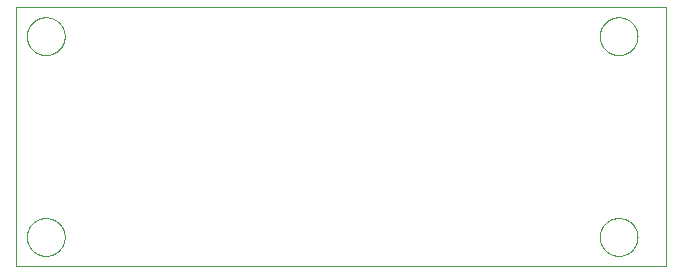
<source format=gko>
G75*
%MOIN*%
%OFA0B0*%
%FSLAX25Y25*%
%IPPOS*%
%LPD*%
%AMOC8*
5,1,8,0,0,1.08239X$1,22.5*
%
%ADD10C,0.00000*%
D10*
X0005500Y0066852D02*
X0005500Y0153466D01*
X0222035Y0153466D01*
X0222035Y0066852D01*
X0005500Y0066852D01*
X0009044Y0076694D02*
X0009046Y0076852D01*
X0009052Y0077010D01*
X0009062Y0077168D01*
X0009076Y0077326D01*
X0009094Y0077483D01*
X0009115Y0077640D01*
X0009141Y0077796D01*
X0009171Y0077952D01*
X0009204Y0078107D01*
X0009242Y0078260D01*
X0009283Y0078413D01*
X0009328Y0078565D01*
X0009377Y0078716D01*
X0009430Y0078865D01*
X0009486Y0079013D01*
X0009546Y0079159D01*
X0009610Y0079304D01*
X0009678Y0079447D01*
X0009749Y0079589D01*
X0009823Y0079729D01*
X0009901Y0079866D01*
X0009983Y0080002D01*
X0010067Y0080136D01*
X0010156Y0080267D01*
X0010247Y0080396D01*
X0010342Y0080523D01*
X0010439Y0080648D01*
X0010540Y0080770D01*
X0010644Y0080889D01*
X0010751Y0081006D01*
X0010861Y0081120D01*
X0010974Y0081231D01*
X0011089Y0081340D01*
X0011207Y0081445D01*
X0011328Y0081547D01*
X0011451Y0081647D01*
X0011577Y0081743D01*
X0011705Y0081836D01*
X0011835Y0081926D01*
X0011968Y0082012D01*
X0012103Y0082096D01*
X0012239Y0082175D01*
X0012378Y0082252D01*
X0012519Y0082324D01*
X0012661Y0082394D01*
X0012805Y0082459D01*
X0012951Y0082521D01*
X0013098Y0082579D01*
X0013247Y0082634D01*
X0013397Y0082685D01*
X0013548Y0082732D01*
X0013700Y0082775D01*
X0013853Y0082814D01*
X0014008Y0082850D01*
X0014163Y0082881D01*
X0014319Y0082909D01*
X0014475Y0082933D01*
X0014632Y0082953D01*
X0014790Y0082969D01*
X0014947Y0082981D01*
X0015106Y0082989D01*
X0015264Y0082993D01*
X0015422Y0082993D01*
X0015580Y0082989D01*
X0015739Y0082981D01*
X0015896Y0082969D01*
X0016054Y0082953D01*
X0016211Y0082933D01*
X0016367Y0082909D01*
X0016523Y0082881D01*
X0016678Y0082850D01*
X0016833Y0082814D01*
X0016986Y0082775D01*
X0017138Y0082732D01*
X0017289Y0082685D01*
X0017439Y0082634D01*
X0017588Y0082579D01*
X0017735Y0082521D01*
X0017881Y0082459D01*
X0018025Y0082394D01*
X0018167Y0082324D01*
X0018308Y0082252D01*
X0018447Y0082175D01*
X0018583Y0082096D01*
X0018718Y0082012D01*
X0018851Y0081926D01*
X0018981Y0081836D01*
X0019109Y0081743D01*
X0019235Y0081647D01*
X0019358Y0081547D01*
X0019479Y0081445D01*
X0019597Y0081340D01*
X0019712Y0081231D01*
X0019825Y0081120D01*
X0019935Y0081006D01*
X0020042Y0080889D01*
X0020146Y0080770D01*
X0020247Y0080648D01*
X0020344Y0080523D01*
X0020439Y0080396D01*
X0020530Y0080267D01*
X0020619Y0080136D01*
X0020703Y0080002D01*
X0020785Y0079866D01*
X0020863Y0079729D01*
X0020937Y0079589D01*
X0021008Y0079447D01*
X0021076Y0079304D01*
X0021140Y0079159D01*
X0021200Y0079013D01*
X0021256Y0078865D01*
X0021309Y0078716D01*
X0021358Y0078565D01*
X0021403Y0078413D01*
X0021444Y0078260D01*
X0021482Y0078107D01*
X0021515Y0077952D01*
X0021545Y0077796D01*
X0021571Y0077640D01*
X0021592Y0077483D01*
X0021610Y0077326D01*
X0021624Y0077168D01*
X0021634Y0077010D01*
X0021640Y0076852D01*
X0021642Y0076694D01*
X0021640Y0076536D01*
X0021634Y0076378D01*
X0021624Y0076220D01*
X0021610Y0076062D01*
X0021592Y0075905D01*
X0021571Y0075748D01*
X0021545Y0075592D01*
X0021515Y0075436D01*
X0021482Y0075281D01*
X0021444Y0075128D01*
X0021403Y0074975D01*
X0021358Y0074823D01*
X0021309Y0074672D01*
X0021256Y0074523D01*
X0021200Y0074375D01*
X0021140Y0074229D01*
X0021076Y0074084D01*
X0021008Y0073941D01*
X0020937Y0073799D01*
X0020863Y0073659D01*
X0020785Y0073522D01*
X0020703Y0073386D01*
X0020619Y0073252D01*
X0020530Y0073121D01*
X0020439Y0072992D01*
X0020344Y0072865D01*
X0020247Y0072740D01*
X0020146Y0072618D01*
X0020042Y0072499D01*
X0019935Y0072382D01*
X0019825Y0072268D01*
X0019712Y0072157D01*
X0019597Y0072048D01*
X0019479Y0071943D01*
X0019358Y0071841D01*
X0019235Y0071741D01*
X0019109Y0071645D01*
X0018981Y0071552D01*
X0018851Y0071462D01*
X0018718Y0071376D01*
X0018583Y0071292D01*
X0018447Y0071213D01*
X0018308Y0071136D01*
X0018167Y0071064D01*
X0018025Y0070994D01*
X0017881Y0070929D01*
X0017735Y0070867D01*
X0017588Y0070809D01*
X0017439Y0070754D01*
X0017289Y0070703D01*
X0017138Y0070656D01*
X0016986Y0070613D01*
X0016833Y0070574D01*
X0016678Y0070538D01*
X0016523Y0070507D01*
X0016367Y0070479D01*
X0016211Y0070455D01*
X0016054Y0070435D01*
X0015896Y0070419D01*
X0015739Y0070407D01*
X0015580Y0070399D01*
X0015422Y0070395D01*
X0015264Y0070395D01*
X0015106Y0070399D01*
X0014947Y0070407D01*
X0014790Y0070419D01*
X0014632Y0070435D01*
X0014475Y0070455D01*
X0014319Y0070479D01*
X0014163Y0070507D01*
X0014008Y0070538D01*
X0013853Y0070574D01*
X0013700Y0070613D01*
X0013548Y0070656D01*
X0013397Y0070703D01*
X0013247Y0070754D01*
X0013098Y0070809D01*
X0012951Y0070867D01*
X0012805Y0070929D01*
X0012661Y0070994D01*
X0012519Y0071064D01*
X0012378Y0071136D01*
X0012239Y0071213D01*
X0012103Y0071292D01*
X0011968Y0071376D01*
X0011835Y0071462D01*
X0011705Y0071552D01*
X0011577Y0071645D01*
X0011451Y0071741D01*
X0011328Y0071841D01*
X0011207Y0071943D01*
X0011089Y0072048D01*
X0010974Y0072157D01*
X0010861Y0072268D01*
X0010751Y0072382D01*
X0010644Y0072499D01*
X0010540Y0072618D01*
X0010439Y0072740D01*
X0010342Y0072865D01*
X0010247Y0072992D01*
X0010156Y0073121D01*
X0010067Y0073252D01*
X0009983Y0073386D01*
X0009901Y0073522D01*
X0009823Y0073659D01*
X0009749Y0073799D01*
X0009678Y0073941D01*
X0009610Y0074084D01*
X0009546Y0074229D01*
X0009486Y0074375D01*
X0009430Y0074523D01*
X0009377Y0074672D01*
X0009328Y0074823D01*
X0009283Y0074975D01*
X0009242Y0075128D01*
X0009204Y0075281D01*
X0009171Y0075436D01*
X0009141Y0075592D01*
X0009115Y0075748D01*
X0009094Y0075905D01*
X0009076Y0076062D01*
X0009062Y0076220D01*
X0009052Y0076378D01*
X0009046Y0076536D01*
X0009044Y0076694D01*
X0009044Y0143623D02*
X0009046Y0143781D01*
X0009052Y0143939D01*
X0009062Y0144097D01*
X0009076Y0144255D01*
X0009094Y0144412D01*
X0009115Y0144569D01*
X0009141Y0144725D01*
X0009171Y0144881D01*
X0009204Y0145036D01*
X0009242Y0145189D01*
X0009283Y0145342D01*
X0009328Y0145494D01*
X0009377Y0145645D01*
X0009430Y0145794D01*
X0009486Y0145942D01*
X0009546Y0146088D01*
X0009610Y0146233D01*
X0009678Y0146376D01*
X0009749Y0146518D01*
X0009823Y0146658D01*
X0009901Y0146795D01*
X0009983Y0146931D01*
X0010067Y0147065D01*
X0010156Y0147196D01*
X0010247Y0147325D01*
X0010342Y0147452D01*
X0010439Y0147577D01*
X0010540Y0147699D01*
X0010644Y0147818D01*
X0010751Y0147935D01*
X0010861Y0148049D01*
X0010974Y0148160D01*
X0011089Y0148269D01*
X0011207Y0148374D01*
X0011328Y0148476D01*
X0011451Y0148576D01*
X0011577Y0148672D01*
X0011705Y0148765D01*
X0011835Y0148855D01*
X0011968Y0148941D01*
X0012103Y0149025D01*
X0012239Y0149104D01*
X0012378Y0149181D01*
X0012519Y0149253D01*
X0012661Y0149323D01*
X0012805Y0149388D01*
X0012951Y0149450D01*
X0013098Y0149508D01*
X0013247Y0149563D01*
X0013397Y0149614D01*
X0013548Y0149661D01*
X0013700Y0149704D01*
X0013853Y0149743D01*
X0014008Y0149779D01*
X0014163Y0149810D01*
X0014319Y0149838D01*
X0014475Y0149862D01*
X0014632Y0149882D01*
X0014790Y0149898D01*
X0014947Y0149910D01*
X0015106Y0149918D01*
X0015264Y0149922D01*
X0015422Y0149922D01*
X0015580Y0149918D01*
X0015739Y0149910D01*
X0015896Y0149898D01*
X0016054Y0149882D01*
X0016211Y0149862D01*
X0016367Y0149838D01*
X0016523Y0149810D01*
X0016678Y0149779D01*
X0016833Y0149743D01*
X0016986Y0149704D01*
X0017138Y0149661D01*
X0017289Y0149614D01*
X0017439Y0149563D01*
X0017588Y0149508D01*
X0017735Y0149450D01*
X0017881Y0149388D01*
X0018025Y0149323D01*
X0018167Y0149253D01*
X0018308Y0149181D01*
X0018447Y0149104D01*
X0018583Y0149025D01*
X0018718Y0148941D01*
X0018851Y0148855D01*
X0018981Y0148765D01*
X0019109Y0148672D01*
X0019235Y0148576D01*
X0019358Y0148476D01*
X0019479Y0148374D01*
X0019597Y0148269D01*
X0019712Y0148160D01*
X0019825Y0148049D01*
X0019935Y0147935D01*
X0020042Y0147818D01*
X0020146Y0147699D01*
X0020247Y0147577D01*
X0020344Y0147452D01*
X0020439Y0147325D01*
X0020530Y0147196D01*
X0020619Y0147065D01*
X0020703Y0146931D01*
X0020785Y0146795D01*
X0020863Y0146658D01*
X0020937Y0146518D01*
X0021008Y0146376D01*
X0021076Y0146233D01*
X0021140Y0146088D01*
X0021200Y0145942D01*
X0021256Y0145794D01*
X0021309Y0145645D01*
X0021358Y0145494D01*
X0021403Y0145342D01*
X0021444Y0145189D01*
X0021482Y0145036D01*
X0021515Y0144881D01*
X0021545Y0144725D01*
X0021571Y0144569D01*
X0021592Y0144412D01*
X0021610Y0144255D01*
X0021624Y0144097D01*
X0021634Y0143939D01*
X0021640Y0143781D01*
X0021642Y0143623D01*
X0021640Y0143465D01*
X0021634Y0143307D01*
X0021624Y0143149D01*
X0021610Y0142991D01*
X0021592Y0142834D01*
X0021571Y0142677D01*
X0021545Y0142521D01*
X0021515Y0142365D01*
X0021482Y0142210D01*
X0021444Y0142057D01*
X0021403Y0141904D01*
X0021358Y0141752D01*
X0021309Y0141601D01*
X0021256Y0141452D01*
X0021200Y0141304D01*
X0021140Y0141158D01*
X0021076Y0141013D01*
X0021008Y0140870D01*
X0020937Y0140728D01*
X0020863Y0140588D01*
X0020785Y0140451D01*
X0020703Y0140315D01*
X0020619Y0140181D01*
X0020530Y0140050D01*
X0020439Y0139921D01*
X0020344Y0139794D01*
X0020247Y0139669D01*
X0020146Y0139547D01*
X0020042Y0139428D01*
X0019935Y0139311D01*
X0019825Y0139197D01*
X0019712Y0139086D01*
X0019597Y0138977D01*
X0019479Y0138872D01*
X0019358Y0138770D01*
X0019235Y0138670D01*
X0019109Y0138574D01*
X0018981Y0138481D01*
X0018851Y0138391D01*
X0018718Y0138305D01*
X0018583Y0138221D01*
X0018447Y0138142D01*
X0018308Y0138065D01*
X0018167Y0137993D01*
X0018025Y0137923D01*
X0017881Y0137858D01*
X0017735Y0137796D01*
X0017588Y0137738D01*
X0017439Y0137683D01*
X0017289Y0137632D01*
X0017138Y0137585D01*
X0016986Y0137542D01*
X0016833Y0137503D01*
X0016678Y0137467D01*
X0016523Y0137436D01*
X0016367Y0137408D01*
X0016211Y0137384D01*
X0016054Y0137364D01*
X0015896Y0137348D01*
X0015739Y0137336D01*
X0015580Y0137328D01*
X0015422Y0137324D01*
X0015264Y0137324D01*
X0015106Y0137328D01*
X0014947Y0137336D01*
X0014790Y0137348D01*
X0014632Y0137364D01*
X0014475Y0137384D01*
X0014319Y0137408D01*
X0014163Y0137436D01*
X0014008Y0137467D01*
X0013853Y0137503D01*
X0013700Y0137542D01*
X0013548Y0137585D01*
X0013397Y0137632D01*
X0013247Y0137683D01*
X0013098Y0137738D01*
X0012951Y0137796D01*
X0012805Y0137858D01*
X0012661Y0137923D01*
X0012519Y0137993D01*
X0012378Y0138065D01*
X0012239Y0138142D01*
X0012103Y0138221D01*
X0011968Y0138305D01*
X0011835Y0138391D01*
X0011705Y0138481D01*
X0011577Y0138574D01*
X0011451Y0138670D01*
X0011328Y0138770D01*
X0011207Y0138872D01*
X0011089Y0138977D01*
X0010974Y0139086D01*
X0010861Y0139197D01*
X0010751Y0139311D01*
X0010644Y0139428D01*
X0010540Y0139547D01*
X0010439Y0139669D01*
X0010342Y0139794D01*
X0010247Y0139921D01*
X0010156Y0140050D01*
X0010067Y0140181D01*
X0009983Y0140315D01*
X0009901Y0140451D01*
X0009823Y0140588D01*
X0009749Y0140728D01*
X0009678Y0140870D01*
X0009610Y0141013D01*
X0009546Y0141158D01*
X0009486Y0141304D01*
X0009430Y0141452D01*
X0009377Y0141601D01*
X0009328Y0141752D01*
X0009283Y0141904D01*
X0009242Y0142057D01*
X0009204Y0142210D01*
X0009171Y0142365D01*
X0009141Y0142521D01*
X0009115Y0142677D01*
X0009094Y0142834D01*
X0009076Y0142991D01*
X0009062Y0143149D01*
X0009052Y0143307D01*
X0009046Y0143465D01*
X0009044Y0143623D01*
X0199988Y0143623D02*
X0199990Y0143781D01*
X0199996Y0143939D01*
X0200006Y0144097D01*
X0200020Y0144255D01*
X0200038Y0144412D01*
X0200059Y0144569D01*
X0200085Y0144725D01*
X0200115Y0144881D01*
X0200148Y0145036D01*
X0200186Y0145189D01*
X0200227Y0145342D01*
X0200272Y0145494D01*
X0200321Y0145645D01*
X0200374Y0145794D01*
X0200430Y0145942D01*
X0200490Y0146088D01*
X0200554Y0146233D01*
X0200622Y0146376D01*
X0200693Y0146518D01*
X0200767Y0146658D01*
X0200845Y0146795D01*
X0200927Y0146931D01*
X0201011Y0147065D01*
X0201100Y0147196D01*
X0201191Y0147325D01*
X0201286Y0147452D01*
X0201383Y0147577D01*
X0201484Y0147699D01*
X0201588Y0147818D01*
X0201695Y0147935D01*
X0201805Y0148049D01*
X0201918Y0148160D01*
X0202033Y0148269D01*
X0202151Y0148374D01*
X0202272Y0148476D01*
X0202395Y0148576D01*
X0202521Y0148672D01*
X0202649Y0148765D01*
X0202779Y0148855D01*
X0202912Y0148941D01*
X0203047Y0149025D01*
X0203183Y0149104D01*
X0203322Y0149181D01*
X0203463Y0149253D01*
X0203605Y0149323D01*
X0203749Y0149388D01*
X0203895Y0149450D01*
X0204042Y0149508D01*
X0204191Y0149563D01*
X0204341Y0149614D01*
X0204492Y0149661D01*
X0204644Y0149704D01*
X0204797Y0149743D01*
X0204952Y0149779D01*
X0205107Y0149810D01*
X0205263Y0149838D01*
X0205419Y0149862D01*
X0205576Y0149882D01*
X0205734Y0149898D01*
X0205891Y0149910D01*
X0206050Y0149918D01*
X0206208Y0149922D01*
X0206366Y0149922D01*
X0206524Y0149918D01*
X0206683Y0149910D01*
X0206840Y0149898D01*
X0206998Y0149882D01*
X0207155Y0149862D01*
X0207311Y0149838D01*
X0207467Y0149810D01*
X0207622Y0149779D01*
X0207777Y0149743D01*
X0207930Y0149704D01*
X0208082Y0149661D01*
X0208233Y0149614D01*
X0208383Y0149563D01*
X0208532Y0149508D01*
X0208679Y0149450D01*
X0208825Y0149388D01*
X0208969Y0149323D01*
X0209111Y0149253D01*
X0209252Y0149181D01*
X0209391Y0149104D01*
X0209527Y0149025D01*
X0209662Y0148941D01*
X0209795Y0148855D01*
X0209925Y0148765D01*
X0210053Y0148672D01*
X0210179Y0148576D01*
X0210302Y0148476D01*
X0210423Y0148374D01*
X0210541Y0148269D01*
X0210656Y0148160D01*
X0210769Y0148049D01*
X0210879Y0147935D01*
X0210986Y0147818D01*
X0211090Y0147699D01*
X0211191Y0147577D01*
X0211288Y0147452D01*
X0211383Y0147325D01*
X0211474Y0147196D01*
X0211563Y0147065D01*
X0211647Y0146931D01*
X0211729Y0146795D01*
X0211807Y0146658D01*
X0211881Y0146518D01*
X0211952Y0146376D01*
X0212020Y0146233D01*
X0212084Y0146088D01*
X0212144Y0145942D01*
X0212200Y0145794D01*
X0212253Y0145645D01*
X0212302Y0145494D01*
X0212347Y0145342D01*
X0212388Y0145189D01*
X0212426Y0145036D01*
X0212459Y0144881D01*
X0212489Y0144725D01*
X0212515Y0144569D01*
X0212536Y0144412D01*
X0212554Y0144255D01*
X0212568Y0144097D01*
X0212578Y0143939D01*
X0212584Y0143781D01*
X0212586Y0143623D01*
X0212584Y0143465D01*
X0212578Y0143307D01*
X0212568Y0143149D01*
X0212554Y0142991D01*
X0212536Y0142834D01*
X0212515Y0142677D01*
X0212489Y0142521D01*
X0212459Y0142365D01*
X0212426Y0142210D01*
X0212388Y0142057D01*
X0212347Y0141904D01*
X0212302Y0141752D01*
X0212253Y0141601D01*
X0212200Y0141452D01*
X0212144Y0141304D01*
X0212084Y0141158D01*
X0212020Y0141013D01*
X0211952Y0140870D01*
X0211881Y0140728D01*
X0211807Y0140588D01*
X0211729Y0140451D01*
X0211647Y0140315D01*
X0211563Y0140181D01*
X0211474Y0140050D01*
X0211383Y0139921D01*
X0211288Y0139794D01*
X0211191Y0139669D01*
X0211090Y0139547D01*
X0210986Y0139428D01*
X0210879Y0139311D01*
X0210769Y0139197D01*
X0210656Y0139086D01*
X0210541Y0138977D01*
X0210423Y0138872D01*
X0210302Y0138770D01*
X0210179Y0138670D01*
X0210053Y0138574D01*
X0209925Y0138481D01*
X0209795Y0138391D01*
X0209662Y0138305D01*
X0209527Y0138221D01*
X0209391Y0138142D01*
X0209252Y0138065D01*
X0209111Y0137993D01*
X0208969Y0137923D01*
X0208825Y0137858D01*
X0208679Y0137796D01*
X0208532Y0137738D01*
X0208383Y0137683D01*
X0208233Y0137632D01*
X0208082Y0137585D01*
X0207930Y0137542D01*
X0207777Y0137503D01*
X0207622Y0137467D01*
X0207467Y0137436D01*
X0207311Y0137408D01*
X0207155Y0137384D01*
X0206998Y0137364D01*
X0206840Y0137348D01*
X0206683Y0137336D01*
X0206524Y0137328D01*
X0206366Y0137324D01*
X0206208Y0137324D01*
X0206050Y0137328D01*
X0205891Y0137336D01*
X0205734Y0137348D01*
X0205576Y0137364D01*
X0205419Y0137384D01*
X0205263Y0137408D01*
X0205107Y0137436D01*
X0204952Y0137467D01*
X0204797Y0137503D01*
X0204644Y0137542D01*
X0204492Y0137585D01*
X0204341Y0137632D01*
X0204191Y0137683D01*
X0204042Y0137738D01*
X0203895Y0137796D01*
X0203749Y0137858D01*
X0203605Y0137923D01*
X0203463Y0137993D01*
X0203322Y0138065D01*
X0203183Y0138142D01*
X0203047Y0138221D01*
X0202912Y0138305D01*
X0202779Y0138391D01*
X0202649Y0138481D01*
X0202521Y0138574D01*
X0202395Y0138670D01*
X0202272Y0138770D01*
X0202151Y0138872D01*
X0202033Y0138977D01*
X0201918Y0139086D01*
X0201805Y0139197D01*
X0201695Y0139311D01*
X0201588Y0139428D01*
X0201484Y0139547D01*
X0201383Y0139669D01*
X0201286Y0139794D01*
X0201191Y0139921D01*
X0201100Y0140050D01*
X0201011Y0140181D01*
X0200927Y0140315D01*
X0200845Y0140451D01*
X0200767Y0140588D01*
X0200693Y0140728D01*
X0200622Y0140870D01*
X0200554Y0141013D01*
X0200490Y0141158D01*
X0200430Y0141304D01*
X0200374Y0141452D01*
X0200321Y0141601D01*
X0200272Y0141752D01*
X0200227Y0141904D01*
X0200186Y0142057D01*
X0200148Y0142210D01*
X0200115Y0142365D01*
X0200085Y0142521D01*
X0200059Y0142677D01*
X0200038Y0142834D01*
X0200020Y0142991D01*
X0200006Y0143149D01*
X0199996Y0143307D01*
X0199990Y0143465D01*
X0199988Y0143623D01*
X0199988Y0076694D02*
X0199990Y0076852D01*
X0199996Y0077010D01*
X0200006Y0077168D01*
X0200020Y0077326D01*
X0200038Y0077483D01*
X0200059Y0077640D01*
X0200085Y0077796D01*
X0200115Y0077952D01*
X0200148Y0078107D01*
X0200186Y0078260D01*
X0200227Y0078413D01*
X0200272Y0078565D01*
X0200321Y0078716D01*
X0200374Y0078865D01*
X0200430Y0079013D01*
X0200490Y0079159D01*
X0200554Y0079304D01*
X0200622Y0079447D01*
X0200693Y0079589D01*
X0200767Y0079729D01*
X0200845Y0079866D01*
X0200927Y0080002D01*
X0201011Y0080136D01*
X0201100Y0080267D01*
X0201191Y0080396D01*
X0201286Y0080523D01*
X0201383Y0080648D01*
X0201484Y0080770D01*
X0201588Y0080889D01*
X0201695Y0081006D01*
X0201805Y0081120D01*
X0201918Y0081231D01*
X0202033Y0081340D01*
X0202151Y0081445D01*
X0202272Y0081547D01*
X0202395Y0081647D01*
X0202521Y0081743D01*
X0202649Y0081836D01*
X0202779Y0081926D01*
X0202912Y0082012D01*
X0203047Y0082096D01*
X0203183Y0082175D01*
X0203322Y0082252D01*
X0203463Y0082324D01*
X0203605Y0082394D01*
X0203749Y0082459D01*
X0203895Y0082521D01*
X0204042Y0082579D01*
X0204191Y0082634D01*
X0204341Y0082685D01*
X0204492Y0082732D01*
X0204644Y0082775D01*
X0204797Y0082814D01*
X0204952Y0082850D01*
X0205107Y0082881D01*
X0205263Y0082909D01*
X0205419Y0082933D01*
X0205576Y0082953D01*
X0205734Y0082969D01*
X0205891Y0082981D01*
X0206050Y0082989D01*
X0206208Y0082993D01*
X0206366Y0082993D01*
X0206524Y0082989D01*
X0206683Y0082981D01*
X0206840Y0082969D01*
X0206998Y0082953D01*
X0207155Y0082933D01*
X0207311Y0082909D01*
X0207467Y0082881D01*
X0207622Y0082850D01*
X0207777Y0082814D01*
X0207930Y0082775D01*
X0208082Y0082732D01*
X0208233Y0082685D01*
X0208383Y0082634D01*
X0208532Y0082579D01*
X0208679Y0082521D01*
X0208825Y0082459D01*
X0208969Y0082394D01*
X0209111Y0082324D01*
X0209252Y0082252D01*
X0209391Y0082175D01*
X0209527Y0082096D01*
X0209662Y0082012D01*
X0209795Y0081926D01*
X0209925Y0081836D01*
X0210053Y0081743D01*
X0210179Y0081647D01*
X0210302Y0081547D01*
X0210423Y0081445D01*
X0210541Y0081340D01*
X0210656Y0081231D01*
X0210769Y0081120D01*
X0210879Y0081006D01*
X0210986Y0080889D01*
X0211090Y0080770D01*
X0211191Y0080648D01*
X0211288Y0080523D01*
X0211383Y0080396D01*
X0211474Y0080267D01*
X0211563Y0080136D01*
X0211647Y0080002D01*
X0211729Y0079866D01*
X0211807Y0079729D01*
X0211881Y0079589D01*
X0211952Y0079447D01*
X0212020Y0079304D01*
X0212084Y0079159D01*
X0212144Y0079013D01*
X0212200Y0078865D01*
X0212253Y0078716D01*
X0212302Y0078565D01*
X0212347Y0078413D01*
X0212388Y0078260D01*
X0212426Y0078107D01*
X0212459Y0077952D01*
X0212489Y0077796D01*
X0212515Y0077640D01*
X0212536Y0077483D01*
X0212554Y0077326D01*
X0212568Y0077168D01*
X0212578Y0077010D01*
X0212584Y0076852D01*
X0212586Y0076694D01*
X0212584Y0076536D01*
X0212578Y0076378D01*
X0212568Y0076220D01*
X0212554Y0076062D01*
X0212536Y0075905D01*
X0212515Y0075748D01*
X0212489Y0075592D01*
X0212459Y0075436D01*
X0212426Y0075281D01*
X0212388Y0075128D01*
X0212347Y0074975D01*
X0212302Y0074823D01*
X0212253Y0074672D01*
X0212200Y0074523D01*
X0212144Y0074375D01*
X0212084Y0074229D01*
X0212020Y0074084D01*
X0211952Y0073941D01*
X0211881Y0073799D01*
X0211807Y0073659D01*
X0211729Y0073522D01*
X0211647Y0073386D01*
X0211563Y0073252D01*
X0211474Y0073121D01*
X0211383Y0072992D01*
X0211288Y0072865D01*
X0211191Y0072740D01*
X0211090Y0072618D01*
X0210986Y0072499D01*
X0210879Y0072382D01*
X0210769Y0072268D01*
X0210656Y0072157D01*
X0210541Y0072048D01*
X0210423Y0071943D01*
X0210302Y0071841D01*
X0210179Y0071741D01*
X0210053Y0071645D01*
X0209925Y0071552D01*
X0209795Y0071462D01*
X0209662Y0071376D01*
X0209527Y0071292D01*
X0209391Y0071213D01*
X0209252Y0071136D01*
X0209111Y0071064D01*
X0208969Y0070994D01*
X0208825Y0070929D01*
X0208679Y0070867D01*
X0208532Y0070809D01*
X0208383Y0070754D01*
X0208233Y0070703D01*
X0208082Y0070656D01*
X0207930Y0070613D01*
X0207777Y0070574D01*
X0207622Y0070538D01*
X0207467Y0070507D01*
X0207311Y0070479D01*
X0207155Y0070455D01*
X0206998Y0070435D01*
X0206840Y0070419D01*
X0206683Y0070407D01*
X0206524Y0070399D01*
X0206366Y0070395D01*
X0206208Y0070395D01*
X0206050Y0070399D01*
X0205891Y0070407D01*
X0205734Y0070419D01*
X0205576Y0070435D01*
X0205419Y0070455D01*
X0205263Y0070479D01*
X0205107Y0070507D01*
X0204952Y0070538D01*
X0204797Y0070574D01*
X0204644Y0070613D01*
X0204492Y0070656D01*
X0204341Y0070703D01*
X0204191Y0070754D01*
X0204042Y0070809D01*
X0203895Y0070867D01*
X0203749Y0070929D01*
X0203605Y0070994D01*
X0203463Y0071064D01*
X0203322Y0071136D01*
X0203183Y0071213D01*
X0203047Y0071292D01*
X0202912Y0071376D01*
X0202779Y0071462D01*
X0202649Y0071552D01*
X0202521Y0071645D01*
X0202395Y0071741D01*
X0202272Y0071841D01*
X0202151Y0071943D01*
X0202033Y0072048D01*
X0201918Y0072157D01*
X0201805Y0072268D01*
X0201695Y0072382D01*
X0201588Y0072499D01*
X0201484Y0072618D01*
X0201383Y0072740D01*
X0201286Y0072865D01*
X0201191Y0072992D01*
X0201100Y0073121D01*
X0201011Y0073252D01*
X0200927Y0073386D01*
X0200845Y0073522D01*
X0200767Y0073659D01*
X0200693Y0073799D01*
X0200622Y0073941D01*
X0200554Y0074084D01*
X0200490Y0074229D01*
X0200430Y0074375D01*
X0200374Y0074523D01*
X0200321Y0074672D01*
X0200272Y0074823D01*
X0200227Y0074975D01*
X0200186Y0075128D01*
X0200148Y0075281D01*
X0200115Y0075436D01*
X0200085Y0075592D01*
X0200059Y0075748D01*
X0200038Y0075905D01*
X0200020Y0076062D01*
X0200006Y0076220D01*
X0199996Y0076378D01*
X0199990Y0076536D01*
X0199988Y0076694D01*
M02*

</source>
